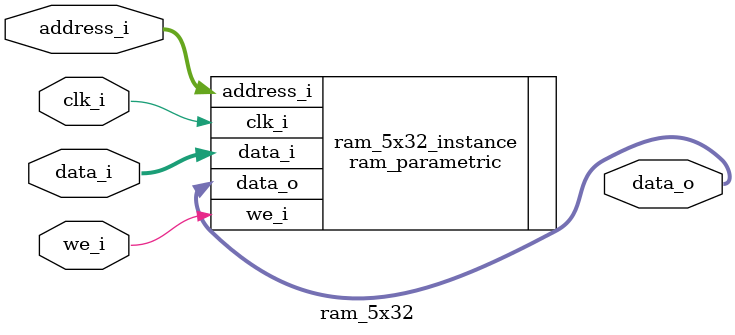
<source format=v>
module ram_5x32 (
`ifdef USE_POWER_PINS
    inout vdd,		// User area 5.0V supply
    inout vss,		// User area ground
`endif
    input clk_i,
    input we_i, // write enable
    input [4:0] address_i,
    input [31:0] data_i,
    output [31:0] data_o
);


    ram_parametric # (
        .ADDRESS_WIDTH(5), .DATA_WIDTH(32), .MEMORY_DEPTH(32)
    ) ram_5x32_instance (
    
    // `ifdef USE_POWER_PINS
	//     .vdd(vdd),	// User area 1 1.8V power
	//     .vss(vss),	// User area 1 digital ground
    // `endif
        .clk_i(clk_i), .we_i(we_i), .address_i(address_i), 
        .data_i(data_i), .data_o(data_o)
    );


endmodule
</source>
